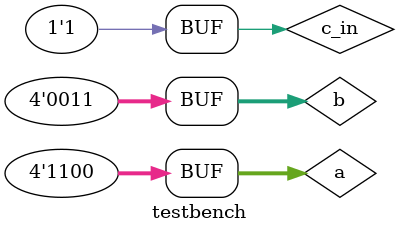
<source format=v>
module testbench();
    reg [3:0] a, b;
    reg c_in;

    wire [3:0] s;
    wire c_out;

    full_adder_4 fa(
        .x(a), .y(b), .c_in(c_in),
        .s(s), .c_out(c_out)
    );

    initial
        begin
            $dumpfile("waveform.vcd");
            $dumpvars;

            a = 4'b0000; b = 4'b0000; c_in = 0; // apply input
            #10; // wait
            if( c_out == 0 && s == 4'b0000 ) // check
                $display("0000 0000 0 -> 0 0000 success.");
            else
                $display("0000 0000 0 -> 0 0000 failed.");
                
            a = 4'b0101; b = 4'b0011; c_in = 0; // apply input
            #10; // wait
            if( c_out == 0 && s == 4'b1000 ) // check
                $display("0101 0011 0 -> 0 1000 success.");
            else
                $display("0101 0011 0 -> 0 1000 failed.");


            a = 4'b1100; b = 4'b0011; c_in = 1; // apply input
            #10; // wait
            if( c_out == 1 && s == 4'b0000 ) // check
                $display("1100 0011 1 -> 1 0000 success.");
            else
                $display("1100 0011 1 -> 1 0000 failed.");

        end

endmodule
</source>
